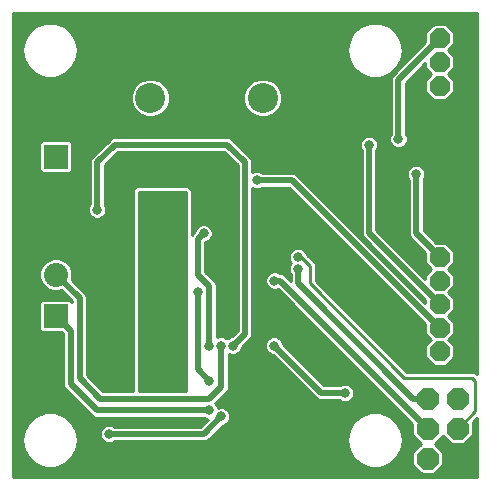
<source format=gbl>
G75*
%MOIN*%
%OFA0B0*%
%FSLAX25Y25*%
%IPPOS*%
%LPD*%
%AMOC8*
5,1,8,0,0,1.08239X$1,22.5*
%
%ADD10C,0.10000*%
%ADD11OC8,0.10000*%
%ADD12OC8,0.06600*%
%ADD13OC8,0.07400*%
%ADD14R,0.08000X0.08000*%
%ADD15C,0.08000*%
%ADD16C,0.00984*%
%ADD17C,0.03169*%
%ADD18C,0.01969*%
D10*
X0102746Y0146877D03*
X0140148Y0146877D03*
D11*
X0140148Y0166877D03*
X0102746Y0166877D03*
D12*
X0199203Y0166719D03*
X0199203Y0158845D03*
X0199203Y0150971D03*
X0199203Y0143097D03*
X0199203Y0101759D03*
X0199203Y0093885D03*
X0199203Y0086010D03*
X0199203Y0078136D03*
X0199203Y0070262D03*
X0199203Y0062388D03*
D13*
X0195266Y0046640D03*
X0205266Y0046640D03*
X0205266Y0036640D03*
X0195266Y0036640D03*
X0195266Y0026640D03*
X0205266Y0026640D03*
D14*
X0071250Y0074199D03*
X0071250Y0127349D03*
D15*
X0071250Y0141129D03*
X0071250Y0087979D03*
D16*
X0056994Y0020573D02*
X0056994Y0175070D01*
X0211490Y0175070D01*
X0211490Y0054853D01*
X0210845Y0055499D01*
X0188207Y0055499D01*
X0157864Y0085842D01*
X0157864Y0091747D01*
X0154950Y0094662D01*
X0154553Y0095618D01*
X0153692Y0096479D01*
X0152568Y0096945D01*
X0151350Y0096945D01*
X0150225Y0096479D01*
X0149364Y0095618D01*
X0148898Y0094493D01*
X0148898Y0093276D01*
X0149364Y0092151D01*
X0149599Y0091916D01*
X0149364Y0091681D01*
X0148898Y0090556D01*
X0148898Y0089339D01*
X0149364Y0088214D01*
X0149498Y0088080D01*
X0149498Y0085888D01*
X0147982Y0087404D01*
X0147290Y0088097D01*
X0146385Y0088471D01*
X0145952Y0088471D01*
X0145818Y0088605D01*
X0144694Y0089071D01*
X0143476Y0089071D01*
X0142351Y0088605D01*
X0141490Y0087744D01*
X0141024Y0086619D01*
X0141024Y0085402D01*
X0141490Y0084277D01*
X0142351Y0083416D01*
X0143476Y0082950D01*
X0144694Y0082950D01*
X0145247Y0083179D01*
X0190089Y0038337D01*
X0190089Y0034496D01*
X0192945Y0031640D01*
X0190089Y0028785D01*
X0190089Y0024496D01*
X0193122Y0021464D01*
X0197410Y0021464D01*
X0200442Y0024496D01*
X0200442Y0028785D01*
X0197586Y0031640D01*
X0200266Y0034320D01*
X0203122Y0031464D01*
X0207410Y0031464D01*
X0210442Y0034496D01*
X0210442Y0038785D01*
X0210318Y0038909D01*
X0211490Y0040081D01*
X0211490Y0020573D01*
X0056994Y0020573D01*
X0056994Y0021047D02*
X0211490Y0021047D01*
X0211490Y0022030D02*
X0197976Y0022030D01*
X0198958Y0023012D02*
X0211490Y0023012D01*
X0211490Y0023995D02*
X0199941Y0023995D01*
X0200442Y0024978D02*
X0211490Y0024978D01*
X0211490Y0025961D02*
X0200442Y0025961D01*
X0200442Y0026943D02*
X0211490Y0026943D01*
X0211490Y0027926D02*
X0200442Y0027926D01*
X0200318Y0028909D02*
X0211490Y0028909D01*
X0211490Y0029892D02*
X0199335Y0029892D01*
X0198352Y0030875D02*
X0211490Y0030875D01*
X0211490Y0031857D02*
X0207803Y0031857D01*
X0208786Y0032840D02*
X0211490Y0032840D01*
X0211490Y0033823D02*
X0209769Y0033823D01*
X0210442Y0034806D02*
X0211490Y0034806D01*
X0211490Y0035788D02*
X0210442Y0035788D01*
X0210442Y0036771D02*
X0211490Y0036771D01*
X0211490Y0037754D02*
X0210442Y0037754D01*
X0210442Y0038737D02*
X0211490Y0038737D01*
X0211490Y0039719D02*
X0211129Y0039719D01*
X0211014Y0042388D02*
X0211014Y0052546D01*
X0210030Y0053530D01*
X0187392Y0053530D01*
X0155896Y0085026D01*
X0155896Y0090932D01*
X0152943Y0093885D01*
X0151959Y0093885D01*
X0149100Y0092789D02*
X0136703Y0092789D01*
X0136703Y0093771D02*
X0148898Y0093771D01*
X0149006Y0094754D02*
X0136703Y0094754D01*
X0136703Y0095737D02*
X0149483Y0095737D01*
X0150806Y0096720D02*
X0136703Y0096720D01*
X0136703Y0097702D02*
X0168283Y0097702D01*
X0169266Y0096720D02*
X0153112Y0096720D01*
X0154435Y0095737D02*
X0170249Y0095737D01*
X0171231Y0094754D02*
X0154911Y0094754D01*
X0155840Y0093771D02*
X0172214Y0093771D01*
X0173197Y0092789D02*
X0156823Y0092789D01*
X0157806Y0091806D02*
X0174180Y0091806D01*
X0175162Y0090823D02*
X0157864Y0090823D01*
X0157864Y0089840D02*
X0176145Y0089840D01*
X0177128Y0088858D02*
X0157864Y0088858D01*
X0157864Y0087875D02*
X0178111Y0087875D01*
X0179093Y0086892D02*
X0157864Y0086892D01*
X0157864Y0085909D02*
X0180076Y0085909D01*
X0181059Y0084927D02*
X0158779Y0084927D01*
X0159762Y0083944D02*
X0182042Y0083944D01*
X0183024Y0082961D02*
X0160745Y0082961D01*
X0161728Y0081978D02*
X0184007Y0081978D01*
X0184990Y0080995D02*
X0162710Y0080995D01*
X0163693Y0080013D02*
X0185973Y0080013D01*
X0186955Y0079030D02*
X0164676Y0079030D01*
X0165659Y0078047D02*
X0187938Y0078047D01*
X0188921Y0077064D02*
X0166641Y0077064D01*
X0167624Y0076082D02*
X0189904Y0076082D01*
X0190887Y0075099D02*
X0168607Y0075099D01*
X0169590Y0074116D02*
X0191869Y0074116D01*
X0192852Y0073133D02*
X0170573Y0073133D01*
X0171555Y0072151D02*
X0193835Y0072151D01*
X0194426Y0071559D02*
X0194426Y0068284D01*
X0196385Y0066325D01*
X0194426Y0064367D01*
X0194426Y0060410D01*
X0197224Y0057612D01*
X0201181Y0057612D01*
X0203979Y0060410D01*
X0203979Y0064367D01*
X0202021Y0066325D01*
X0203979Y0068284D01*
X0203979Y0072241D01*
X0202021Y0074199D01*
X0203979Y0076158D01*
X0203979Y0080115D01*
X0202021Y0082073D01*
X0203979Y0084032D01*
X0203979Y0087989D01*
X0202021Y0089948D01*
X0203979Y0091906D01*
X0203979Y0095863D01*
X0201181Y0098661D01*
X0197906Y0098661D01*
X0193789Y0102778D01*
X0193789Y0119576D01*
X0193923Y0119710D01*
X0194389Y0120835D01*
X0194389Y0122052D01*
X0193923Y0123177D01*
X0193062Y0124038D01*
X0191938Y0124504D01*
X0190720Y0124504D01*
X0189595Y0124038D01*
X0188734Y0123177D01*
X0188268Y0122052D01*
X0188268Y0120835D01*
X0188734Y0119710D01*
X0188868Y0119576D01*
X0188868Y0101269D01*
X0189243Y0100365D01*
X0189935Y0099673D01*
X0194426Y0095181D01*
X0194426Y0091906D01*
X0196385Y0089948D01*
X0194426Y0087989D01*
X0194426Y0086393D01*
X0178041Y0102778D01*
X0178041Y0129418D01*
X0178175Y0129552D01*
X0178641Y0130677D01*
X0178641Y0131895D01*
X0178175Y0133020D01*
X0177314Y0133881D01*
X0176190Y0134347D01*
X0174972Y0134347D01*
X0173847Y0133881D01*
X0172986Y0133020D01*
X0172520Y0131895D01*
X0172520Y0130677D01*
X0172986Y0129552D01*
X0173120Y0129418D01*
X0173120Y0101269D01*
X0173495Y0100365D01*
X0194426Y0079433D01*
X0194426Y0078519D01*
X0151384Y0121561D01*
X0150480Y0121936D01*
X0140047Y0121936D01*
X0139913Y0122070D01*
X0138788Y0122536D01*
X0137570Y0122536D01*
X0136703Y0122176D01*
X0136703Y0125870D01*
X0136328Y0126774D01*
X0129730Y0133372D01*
X0128826Y0133747D01*
X0090446Y0133747D01*
X0089541Y0133372D01*
X0088849Y0132680D01*
X0082944Y0126774D01*
X0082569Y0125870D01*
X0082569Y0111500D01*
X0082435Y0111366D01*
X0081969Y0110241D01*
X0081969Y0109024D01*
X0082435Y0107899D01*
X0083296Y0107038D01*
X0084421Y0106572D01*
X0085638Y0106572D01*
X0086763Y0107038D01*
X0087624Y0107899D01*
X0088090Y0109024D01*
X0088090Y0110241D01*
X0087624Y0111366D01*
X0087490Y0111500D01*
X0087490Y0124361D01*
X0091954Y0128825D01*
X0127317Y0128825D01*
X0131782Y0124361D01*
X0131782Y0069313D01*
X0129886Y0067418D01*
X0129696Y0067418D01*
X0128571Y0066952D01*
X0128337Y0066717D01*
X0128102Y0066952D01*
X0126977Y0067418D01*
X0125759Y0067418D01*
X0124892Y0067058D01*
X0124892Y0084531D01*
X0124517Y0085436D01*
X0120955Y0088998D01*
X0120955Y0098698D01*
X0121071Y0098698D01*
X0122196Y0099164D01*
X0123057Y0100025D01*
X0123523Y0101150D01*
X0123523Y0102367D01*
X0123057Y0103492D01*
X0122196Y0104353D01*
X0121071Y0104819D01*
X0119854Y0104819D01*
X0118729Y0104353D01*
X0117868Y0103492D01*
X0117402Y0102367D01*
X0117402Y0102178D01*
X0116526Y0101301D01*
X0116526Y0116353D01*
X0115373Y0117507D01*
X0097994Y0117507D01*
X0096841Y0116353D01*
X0096841Y0049101D01*
X0087033Y0049101D01*
X0081585Y0054549D01*
X0081585Y0080594D01*
X0081210Y0081499D01*
X0076461Y0086248D01*
X0076726Y0086890D01*
X0076726Y0089068D01*
X0075893Y0091081D01*
X0074352Y0092622D01*
X0072339Y0093455D01*
X0070161Y0093455D01*
X0068148Y0092622D01*
X0066607Y0091081D01*
X0065774Y0089068D01*
X0065774Y0086890D01*
X0066607Y0084877D01*
X0068148Y0083336D01*
X0070161Y0082503D01*
X0072339Y0082503D01*
X0072981Y0082768D01*
X0076663Y0079086D01*
X0076663Y0078874D01*
X0075862Y0079676D01*
X0066639Y0079676D01*
X0065774Y0078811D01*
X0065774Y0069588D01*
X0066639Y0068723D01*
X0073247Y0068723D01*
X0073711Y0068259D01*
X0073711Y0051072D01*
X0074085Y0050168D01*
X0074777Y0049476D01*
X0083636Y0040617D01*
X0084540Y0040243D01*
X0120563Y0040243D01*
X0120697Y0040109D01*
X0121804Y0039650D01*
X0119443Y0037290D01*
X0090834Y0037290D01*
X0090700Y0037424D01*
X0089575Y0037890D01*
X0088358Y0037890D01*
X0087233Y0037424D01*
X0086372Y0036563D01*
X0085906Y0035438D01*
X0085906Y0034221D01*
X0086372Y0033096D01*
X0087233Y0032235D01*
X0088358Y0031769D01*
X0089575Y0031769D01*
X0090700Y0032235D01*
X0090834Y0032369D01*
X0120952Y0032369D01*
X0121856Y0032743D01*
X0126787Y0037674D01*
X0126977Y0037674D01*
X0128102Y0038140D01*
X0128963Y0039001D01*
X0129429Y0040126D01*
X0129429Y0041344D01*
X0128963Y0042469D01*
X0128102Y0043330D01*
X0126977Y0043796D01*
X0125759Y0043796D01*
X0125360Y0043630D01*
X0125026Y0044437D01*
X0124367Y0045096D01*
X0124517Y0045247D01*
X0128454Y0049184D01*
X0128829Y0050088D01*
X0128829Y0061656D01*
X0129696Y0061296D01*
X0130914Y0061296D01*
X0132039Y0061762D01*
X0132900Y0062623D01*
X0133366Y0063748D01*
X0133366Y0063938D01*
X0135636Y0066208D01*
X0136328Y0066900D01*
X0136703Y0067805D01*
X0136703Y0116774D01*
X0137570Y0116414D01*
X0138788Y0116414D01*
X0139913Y0116880D01*
X0140047Y0117014D01*
X0148971Y0117014D01*
X0194426Y0071559D01*
X0194426Y0071168D02*
X0172538Y0071168D01*
X0173521Y0070185D02*
X0194426Y0070185D01*
X0194426Y0069202D02*
X0174504Y0069202D01*
X0175486Y0068220D02*
X0194491Y0068220D01*
X0195474Y0067237D02*
X0176469Y0067237D01*
X0177452Y0066254D02*
X0196314Y0066254D01*
X0195331Y0065271D02*
X0178435Y0065271D01*
X0179417Y0064288D02*
X0194426Y0064288D01*
X0194426Y0063306D02*
X0180400Y0063306D01*
X0181383Y0062323D02*
X0194426Y0062323D01*
X0194426Y0061340D02*
X0182366Y0061340D01*
X0183348Y0060357D02*
X0194479Y0060357D01*
X0195462Y0059375D02*
X0184331Y0059375D01*
X0185314Y0058392D02*
X0196445Y0058392D01*
X0201961Y0058392D02*
X0211490Y0058392D01*
X0211490Y0059375D02*
X0202944Y0059375D01*
X0203927Y0060357D02*
X0211490Y0060357D01*
X0211490Y0061340D02*
X0203979Y0061340D01*
X0203979Y0062323D02*
X0211490Y0062323D01*
X0211490Y0063306D02*
X0203979Y0063306D01*
X0203979Y0064288D02*
X0211490Y0064288D01*
X0211490Y0065271D02*
X0203075Y0065271D01*
X0202092Y0066254D02*
X0211490Y0066254D01*
X0211490Y0067237D02*
X0202932Y0067237D01*
X0203915Y0068220D02*
X0211490Y0068220D01*
X0211490Y0069202D02*
X0203979Y0069202D01*
X0203979Y0070185D02*
X0211490Y0070185D01*
X0211490Y0071168D02*
X0203979Y0071168D01*
X0203979Y0072151D02*
X0211490Y0072151D01*
X0211490Y0073133D02*
X0203087Y0073133D01*
X0202104Y0074116D02*
X0211490Y0074116D01*
X0211490Y0075099D02*
X0202920Y0075099D01*
X0203903Y0076082D02*
X0211490Y0076082D01*
X0211490Y0077064D02*
X0203979Y0077064D01*
X0203979Y0078047D02*
X0211490Y0078047D01*
X0211490Y0079030D02*
X0203979Y0079030D01*
X0203979Y0080013D02*
X0211490Y0080013D01*
X0211490Y0080995D02*
X0203099Y0080995D01*
X0202116Y0081978D02*
X0211490Y0081978D01*
X0211490Y0082961D02*
X0202908Y0082961D01*
X0203891Y0083944D02*
X0211490Y0083944D01*
X0211490Y0084927D02*
X0203979Y0084927D01*
X0203979Y0085909D02*
X0211490Y0085909D01*
X0211490Y0086892D02*
X0203979Y0086892D01*
X0203979Y0087875D02*
X0211490Y0087875D01*
X0211490Y0088858D02*
X0203111Y0088858D01*
X0202128Y0089840D02*
X0211490Y0089840D01*
X0211490Y0090823D02*
X0202896Y0090823D01*
X0203879Y0091806D02*
X0211490Y0091806D01*
X0211490Y0092789D02*
X0203979Y0092789D01*
X0203979Y0093771D02*
X0211490Y0093771D01*
X0211490Y0094754D02*
X0203979Y0094754D01*
X0203979Y0095737D02*
X0211490Y0095737D01*
X0211490Y0096720D02*
X0203122Y0096720D01*
X0202140Y0097702D02*
X0211490Y0097702D01*
X0211490Y0098685D02*
X0197882Y0098685D01*
X0196899Y0099668D02*
X0211490Y0099668D01*
X0211490Y0100651D02*
X0195916Y0100651D01*
X0194934Y0101633D02*
X0211490Y0101633D01*
X0211490Y0102616D02*
X0193951Y0102616D01*
X0193789Y0103599D02*
X0211490Y0103599D01*
X0211490Y0104582D02*
X0193789Y0104582D01*
X0193789Y0105565D02*
X0211490Y0105565D01*
X0211490Y0106547D02*
X0193789Y0106547D01*
X0193789Y0107530D02*
X0211490Y0107530D01*
X0211490Y0108513D02*
X0193789Y0108513D01*
X0193789Y0109496D02*
X0211490Y0109496D01*
X0211490Y0110478D02*
X0193789Y0110478D01*
X0193789Y0111461D02*
X0211490Y0111461D01*
X0211490Y0112444D02*
X0193789Y0112444D01*
X0193789Y0113427D02*
X0211490Y0113427D01*
X0211490Y0114409D02*
X0193789Y0114409D01*
X0193789Y0115392D02*
X0211490Y0115392D01*
X0211490Y0116375D02*
X0193789Y0116375D01*
X0193789Y0117358D02*
X0211490Y0117358D01*
X0211490Y0118340D02*
X0193789Y0118340D01*
X0193789Y0119323D02*
X0211490Y0119323D01*
X0211490Y0120306D02*
X0194170Y0120306D01*
X0194389Y0121289D02*
X0211490Y0121289D01*
X0211490Y0122272D02*
X0194299Y0122272D01*
X0193846Y0123254D02*
X0211490Y0123254D01*
X0211490Y0124237D02*
X0192583Y0124237D01*
X0190075Y0124237D02*
X0178041Y0124237D01*
X0178041Y0123254D02*
X0188811Y0123254D01*
X0188359Y0122272D02*
X0178041Y0122272D01*
X0178041Y0121289D02*
X0188268Y0121289D01*
X0188487Y0120306D02*
X0178041Y0120306D01*
X0178041Y0119323D02*
X0188868Y0119323D01*
X0188868Y0118340D02*
X0178041Y0118340D01*
X0178041Y0117358D02*
X0188868Y0117358D01*
X0188868Y0116375D02*
X0178041Y0116375D01*
X0178041Y0115392D02*
X0188868Y0115392D01*
X0188868Y0114409D02*
X0178041Y0114409D01*
X0178041Y0113427D02*
X0188868Y0113427D01*
X0188868Y0112444D02*
X0178041Y0112444D01*
X0178041Y0111461D02*
X0188868Y0111461D01*
X0188868Y0110478D02*
X0178041Y0110478D01*
X0178041Y0109496D02*
X0188868Y0109496D01*
X0188868Y0108513D02*
X0178041Y0108513D01*
X0178041Y0107530D02*
X0188868Y0107530D01*
X0188868Y0106547D02*
X0178041Y0106547D01*
X0178041Y0105565D02*
X0188868Y0105565D01*
X0188868Y0104582D02*
X0178041Y0104582D01*
X0178041Y0103599D02*
X0188868Y0103599D01*
X0188868Y0102616D02*
X0178203Y0102616D01*
X0179186Y0101633D02*
X0188868Y0101633D01*
X0189124Y0100651D02*
X0180168Y0100651D01*
X0181151Y0099668D02*
X0189940Y0099668D01*
X0190922Y0098685D02*
X0182134Y0098685D01*
X0183117Y0097702D02*
X0191905Y0097702D01*
X0192888Y0096720D02*
X0184099Y0096720D01*
X0185082Y0095737D02*
X0193871Y0095737D01*
X0194426Y0094754D02*
X0186065Y0094754D01*
X0187048Y0093771D02*
X0194426Y0093771D01*
X0194426Y0092789D02*
X0188031Y0092789D01*
X0189013Y0091806D02*
X0194527Y0091806D01*
X0195509Y0090823D02*
X0189996Y0090823D01*
X0190979Y0089840D02*
X0196278Y0089840D01*
X0195295Y0088858D02*
X0191962Y0088858D01*
X0192944Y0087875D02*
X0194426Y0087875D01*
X0194426Y0086892D02*
X0193927Y0086892D01*
X0190898Y0082961D02*
X0189984Y0082961D01*
X0189916Y0083944D02*
X0189001Y0083944D01*
X0188933Y0084927D02*
X0188019Y0084927D01*
X0187950Y0085909D02*
X0187036Y0085909D01*
X0186967Y0086892D02*
X0186053Y0086892D01*
X0185985Y0087875D02*
X0185070Y0087875D01*
X0185002Y0088858D02*
X0184088Y0088858D01*
X0184019Y0089840D02*
X0183105Y0089840D01*
X0183036Y0090823D02*
X0182122Y0090823D01*
X0182054Y0091806D02*
X0181139Y0091806D01*
X0181071Y0092789D02*
X0180157Y0092789D01*
X0180088Y0093771D02*
X0179174Y0093771D01*
X0179105Y0094754D02*
X0178191Y0094754D01*
X0178123Y0095737D02*
X0177208Y0095737D01*
X0177140Y0096720D02*
X0176225Y0096720D01*
X0176157Y0097702D02*
X0175243Y0097702D01*
X0175174Y0098685D02*
X0174260Y0098685D01*
X0174191Y0099668D02*
X0173277Y0099668D01*
X0173376Y0100651D02*
X0172294Y0100651D01*
X0173120Y0101633D02*
X0171312Y0101633D01*
X0170329Y0102616D02*
X0173120Y0102616D01*
X0173120Y0103599D02*
X0169346Y0103599D01*
X0168363Y0104582D02*
X0173120Y0104582D01*
X0173120Y0105565D02*
X0167381Y0105565D01*
X0166398Y0106547D02*
X0173120Y0106547D01*
X0173120Y0107530D02*
X0165415Y0107530D01*
X0164432Y0108513D02*
X0173120Y0108513D01*
X0173120Y0109496D02*
X0163450Y0109496D01*
X0162467Y0110478D02*
X0173120Y0110478D01*
X0173120Y0111461D02*
X0161484Y0111461D01*
X0160501Y0112444D02*
X0173120Y0112444D01*
X0173120Y0113427D02*
X0159518Y0113427D01*
X0158536Y0114409D02*
X0173120Y0114409D01*
X0173120Y0115392D02*
X0157553Y0115392D01*
X0156570Y0116375D02*
X0173120Y0116375D01*
X0173120Y0117358D02*
X0155587Y0117358D01*
X0154605Y0118340D02*
X0173120Y0118340D01*
X0173120Y0119323D02*
X0153622Y0119323D01*
X0152639Y0120306D02*
X0173120Y0120306D01*
X0173120Y0121289D02*
X0151656Y0121289D01*
X0149610Y0116375D02*
X0136703Y0116375D01*
X0136703Y0115392D02*
X0150593Y0115392D01*
X0151576Y0114409D02*
X0136703Y0114409D01*
X0136703Y0113427D02*
X0152559Y0113427D01*
X0153542Y0112444D02*
X0136703Y0112444D01*
X0136703Y0111461D02*
X0154524Y0111461D01*
X0155507Y0110478D02*
X0136703Y0110478D01*
X0136703Y0109496D02*
X0156490Y0109496D01*
X0157473Y0108513D02*
X0136703Y0108513D01*
X0136703Y0107530D02*
X0158455Y0107530D01*
X0159438Y0106547D02*
X0136703Y0106547D01*
X0136703Y0105565D02*
X0160421Y0105565D01*
X0161404Y0104582D02*
X0136703Y0104582D01*
X0136703Y0103599D02*
X0162386Y0103599D01*
X0163369Y0102616D02*
X0136703Y0102616D01*
X0136703Y0101633D02*
X0164352Y0101633D01*
X0165335Y0100651D02*
X0136703Y0100651D01*
X0136703Y0099668D02*
X0166317Y0099668D01*
X0167300Y0098685D02*
X0136703Y0098685D01*
X0131782Y0098685D02*
X0120955Y0098685D01*
X0120955Y0097702D02*
X0131782Y0097702D01*
X0131782Y0096720D02*
X0120955Y0096720D01*
X0120955Y0095737D02*
X0131782Y0095737D01*
X0131782Y0094754D02*
X0120955Y0094754D01*
X0120955Y0093771D02*
X0131782Y0093771D01*
X0131782Y0092789D02*
X0120955Y0092789D01*
X0120955Y0091806D02*
X0131782Y0091806D01*
X0131782Y0090823D02*
X0120955Y0090823D01*
X0120955Y0089840D02*
X0131782Y0089840D01*
X0131782Y0088858D02*
X0121095Y0088858D01*
X0122078Y0087875D02*
X0131782Y0087875D01*
X0131782Y0086892D02*
X0123061Y0086892D01*
X0124044Y0085909D02*
X0131782Y0085909D01*
X0131782Y0084927D02*
X0124728Y0084927D01*
X0124892Y0083944D02*
X0131782Y0083944D01*
X0131782Y0082961D02*
X0124892Y0082961D01*
X0124892Y0081978D02*
X0131782Y0081978D01*
X0131782Y0080995D02*
X0124892Y0080995D01*
X0124892Y0080013D02*
X0131782Y0080013D01*
X0131782Y0079030D02*
X0124892Y0079030D01*
X0124892Y0078047D02*
X0131782Y0078047D01*
X0131782Y0077064D02*
X0124892Y0077064D01*
X0124892Y0076082D02*
X0131782Y0076082D01*
X0131782Y0075099D02*
X0124892Y0075099D01*
X0124892Y0074116D02*
X0131782Y0074116D01*
X0131782Y0073133D02*
X0124892Y0073133D01*
X0124892Y0072151D02*
X0131782Y0072151D01*
X0131782Y0071168D02*
X0124892Y0071168D01*
X0124892Y0070185D02*
X0131782Y0070185D01*
X0131671Y0069202D02*
X0124892Y0069202D01*
X0124892Y0068220D02*
X0130688Y0068220D01*
X0129260Y0067237D02*
X0127413Y0067237D01*
X0125323Y0067237D02*
X0124892Y0067237D01*
X0128829Y0061340D02*
X0129590Y0061340D01*
X0128829Y0060357D02*
X0144506Y0060357D01*
X0143567Y0061296D02*
X0158340Y0046523D01*
X0159245Y0046148D01*
X0165839Y0046148D01*
X0165973Y0046014D01*
X0167098Y0045548D01*
X0168316Y0045548D01*
X0169440Y0046014D01*
X0170301Y0046875D01*
X0170767Y0048000D01*
X0170767Y0049218D01*
X0170301Y0050343D01*
X0169440Y0051204D01*
X0168316Y0051670D01*
X0167098Y0051670D01*
X0165973Y0051204D01*
X0165839Y0051070D01*
X0160754Y0051070D01*
X0147047Y0064776D01*
X0147047Y0064966D01*
X0146581Y0066091D01*
X0145720Y0066952D01*
X0144595Y0067418D01*
X0143377Y0067418D01*
X0142253Y0066952D01*
X0141392Y0066091D01*
X0140926Y0064966D01*
X0140926Y0063748D01*
X0141392Y0062623D01*
X0142253Y0061762D01*
X0143377Y0061296D01*
X0143567Y0061296D01*
X0143272Y0061340D02*
X0131020Y0061340D01*
X0132600Y0062323D02*
X0141692Y0062323D01*
X0141109Y0063306D02*
X0133183Y0063306D01*
X0133717Y0064288D02*
X0140926Y0064288D01*
X0141052Y0065271D02*
X0134699Y0065271D01*
X0135682Y0066254D02*
X0141555Y0066254D01*
X0142941Y0067237D02*
X0136468Y0067237D01*
X0136703Y0068220D02*
X0160207Y0068220D01*
X0159224Y0069202D02*
X0136703Y0069202D01*
X0136703Y0070185D02*
X0158241Y0070185D01*
X0157259Y0071168D02*
X0136703Y0071168D01*
X0136703Y0072151D02*
X0156276Y0072151D01*
X0155293Y0073133D02*
X0136703Y0073133D01*
X0136703Y0074116D02*
X0154310Y0074116D01*
X0153327Y0075099D02*
X0136703Y0075099D01*
X0136703Y0076082D02*
X0152345Y0076082D01*
X0151362Y0077064D02*
X0136703Y0077064D01*
X0136703Y0078047D02*
X0150379Y0078047D01*
X0149396Y0079030D02*
X0136703Y0079030D01*
X0136703Y0080013D02*
X0148414Y0080013D01*
X0147431Y0080995D02*
X0136703Y0080995D01*
X0136703Y0081978D02*
X0146448Y0081978D01*
X0145465Y0082961D02*
X0144720Y0082961D01*
X0143449Y0082961D02*
X0136703Y0082961D01*
X0136703Y0083944D02*
X0141823Y0083944D01*
X0141221Y0084927D02*
X0136703Y0084927D01*
X0136703Y0085909D02*
X0141024Y0085909D01*
X0141137Y0086892D02*
X0136703Y0086892D01*
X0136703Y0087875D02*
X0141621Y0087875D01*
X0142960Y0088858D02*
X0136703Y0088858D01*
X0136703Y0089840D02*
X0148898Y0089840D01*
X0149009Y0090823D02*
X0136703Y0090823D01*
X0136703Y0091806D02*
X0149489Y0091806D01*
X0149097Y0088858D02*
X0145209Y0088858D01*
X0147511Y0087875D02*
X0149498Y0087875D01*
X0149498Y0086892D02*
X0148494Y0086892D01*
X0149477Y0085909D02*
X0149498Y0085909D01*
X0131782Y0099668D02*
X0122700Y0099668D01*
X0123317Y0100651D02*
X0131782Y0100651D01*
X0131782Y0101633D02*
X0123523Y0101633D01*
X0123420Y0102616D02*
X0131782Y0102616D01*
X0131782Y0103599D02*
X0122951Y0103599D01*
X0121645Y0104582D02*
X0131782Y0104582D01*
X0131782Y0105565D02*
X0116526Y0105565D01*
X0116526Y0106547D02*
X0131782Y0106547D01*
X0131782Y0107530D02*
X0116526Y0107530D01*
X0116526Y0108513D02*
X0131782Y0108513D01*
X0131782Y0109496D02*
X0116526Y0109496D01*
X0116526Y0110478D02*
X0131782Y0110478D01*
X0131782Y0111461D02*
X0116526Y0111461D01*
X0116526Y0112444D02*
X0131782Y0112444D01*
X0131782Y0113427D02*
X0116526Y0113427D01*
X0116526Y0114409D02*
X0131782Y0114409D01*
X0131782Y0115392D02*
X0116526Y0115392D01*
X0116504Y0116375D02*
X0131782Y0116375D01*
X0131782Y0117358D02*
X0115521Y0117358D01*
X0114557Y0115538D02*
X0114557Y0052546D01*
X0098809Y0052546D01*
X0098809Y0115538D01*
X0114557Y0115538D01*
X0114557Y0115392D02*
X0098809Y0115392D01*
X0098809Y0114409D02*
X0114557Y0114409D01*
X0114557Y0113427D02*
X0098809Y0113427D01*
X0098809Y0112444D02*
X0114557Y0112444D01*
X0114557Y0111601D02*
X0114557Y0049101D01*
X0098809Y0049101D01*
X0098809Y0111601D01*
X0114557Y0111601D01*
X0114557Y0111461D02*
X0098809Y0111461D01*
X0114557Y0111461D01*
X0114557Y0110478D02*
X0098809Y0110478D01*
X0114557Y0110478D01*
X0114557Y0109496D02*
X0098809Y0109496D01*
X0114557Y0109496D01*
X0114557Y0108513D02*
X0098809Y0108513D01*
X0114557Y0108513D01*
X0114557Y0107530D02*
X0098809Y0107530D01*
X0114557Y0107530D01*
X0114557Y0106547D02*
X0098809Y0106547D01*
X0114557Y0106547D01*
X0114557Y0105565D02*
X0098809Y0105565D01*
X0114557Y0105565D01*
X0114557Y0104582D02*
X0098809Y0104582D01*
X0114557Y0104582D01*
X0114557Y0103599D02*
X0098809Y0103599D01*
X0114557Y0103599D01*
X0114557Y0102616D02*
X0098809Y0102616D01*
X0114557Y0102616D01*
X0114557Y0101633D02*
X0098809Y0101633D01*
X0114557Y0101633D01*
X0114557Y0100651D02*
X0098809Y0100651D01*
X0114557Y0100651D01*
X0114557Y0099668D02*
X0098809Y0099668D01*
X0114557Y0099668D01*
X0114557Y0098685D02*
X0098809Y0098685D01*
X0114557Y0098685D01*
X0114557Y0097702D02*
X0098809Y0097702D01*
X0114557Y0097702D01*
X0114557Y0096720D02*
X0098809Y0096720D01*
X0114557Y0096720D01*
X0114557Y0095737D02*
X0098809Y0095737D01*
X0114557Y0095737D01*
X0114557Y0094754D02*
X0098809Y0094754D01*
X0114557Y0094754D01*
X0114557Y0093771D02*
X0098809Y0093771D01*
X0114557Y0093771D01*
X0114557Y0092789D02*
X0098809Y0092789D01*
X0114557Y0092789D01*
X0114557Y0091806D02*
X0098809Y0091806D01*
X0114557Y0091806D01*
X0114557Y0090823D02*
X0098809Y0090823D01*
X0114557Y0090823D01*
X0114557Y0089840D02*
X0098809Y0089840D01*
X0114557Y0089840D01*
X0114557Y0088858D02*
X0098809Y0088858D01*
X0114557Y0088858D01*
X0114557Y0087875D02*
X0098809Y0087875D01*
X0114557Y0087875D01*
X0114557Y0086892D02*
X0098809Y0086892D01*
X0114557Y0086892D01*
X0114557Y0085909D02*
X0098809Y0085909D01*
X0114557Y0085909D01*
X0114557Y0084927D02*
X0098809Y0084927D01*
X0114557Y0084927D01*
X0114557Y0083944D02*
X0098809Y0083944D01*
X0114557Y0083944D01*
X0114557Y0082961D02*
X0098809Y0082961D01*
X0114557Y0082961D01*
X0114557Y0081978D02*
X0098809Y0081978D01*
X0114557Y0081978D01*
X0114557Y0080995D02*
X0098809Y0080995D01*
X0114557Y0080995D01*
X0114557Y0080013D02*
X0098809Y0080013D01*
X0114557Y0080013D01*
X0114557Y0079030D02*
X0098809Y0079030D01*
X0114557Y0079030D01*
X0114557Y0078047D02*
X0098809Y0078047D01*
X0114557Y0078047D01*
X0114557Y0077064D02*
X0098809Y0077064D01*
X0114557Y0077064D01*
X0114557Y0076082D02*
X0098809Y0076082D01*
X0114557Y0076082D01*
X0114557Y0075099D02*
X0098809Y0075099D01*
X0114557Y0075099D01*
X0114557Y0074116D02*
X0098809Y0074116D01*
X0114557Y0074116D01*
X0114557Y0073133D02*
X0098809Y0073133D01*
X0114557Y0073133D01*
X0114557Y0072151D02*
X0098809Y0072151D01*
X0114557Y0072151D01*
X0114557Y0071168D02*
X0098809Y0071168D01*
X0114557Y0071168D01*
X0114557Y0070185D02*
X0098809Y0070185D01*
X0114557Y0070185D01*
X0114557Y0069202D02*
X0098809Y0069202D01*
X0114557Y0069202D01*
X0114557Y0068220D02*
X0098809Y0068220D01*
X0114557Y0068220D01*
X0114557Y0067237D02*
X0098809Y0067237D01*
X0114557Y0067237D01*
X0114557Y0066254D02*
X0098809Y0066254D01*
X0114557Y0066254D01*
X0114557Y0065271D02*
X0098809Y0065271D01*
X0114557Y0065271D01*
X0114557Y0064288D02*
X0098809Y0064288D01*
X0114557Y0064288D01*
X0114557Y0063306D02*
X0098809Y0063306D01*
X0114557Y0063306D01*
X0114557Y0062323D02*
X0098809Y0062323D01*
X0114557Y0062323D01*
X0114557Y0061340D02*
X0098809Y0061340D01*
X0114557Y0061340D01*
X0114557Y0060357D02*
X0098809Y0060357D01*
X0114557Y0060357D01*
X0114557Y0059375D02*
X0098809Y0059375D01*
X0114557Y0059375D01*
X0114557Y0058392D02*
X0098809Y0058392D01*
X0114557Y0058392D01*
X0114557Y0057409D02*
X0098809Y0057409D01*
X0114557Y0057409D01*
X0114557Y0056426D02*
X0098809Y0056426D01*
X0114557Y0056426D01*
X0114557Y0055444D02*
X0098809Y0055444D01*
X0114557Y0055444D01*
X0114557Y0054461D02*
X0098809Y0054461D01*
X0114557Y0054461D01*
X0114557Y0053478D02*
X0098809Y0053478D01*
X0114557Y0053478D01*
X0114557Y0052495D02*
X0098809Y0052495D01*
X0098809Y0051513D02*
X0114557Y0051513D01*
X0114557Y0050530D02*
X0098809Y0050530D01*
X0098809Y0049547D02*
X0114557Y0049547D01*
X0112589Y0054514D02*
X0112589Y0056483D01*
X0124887Y0045616D02*
X0166935Y0045616D01*
X0168479Y0045616D02*
X0182810Y0045616D01*
X0181828Y0046599D02*
X0170025Y0046599D01*
X0170594Y0047581D02*
X0180845Y0047581D01*
X0179862Y0048564D02*
X0170767Y0048564D01*
X0170631Y0049547D02*
X0178879Y0049547D01*
X0177897Y0050530D02*
X0170114Y0050530D01*
X0168695Y0051513D02*
X0176914Y0051513D01*
X0175931Y0052495D02*
X0159328Y0052495D01*
X0160311Y0051513D02*
X0166719Y0051513D01*
X0172000Y0056426D02*
X0155397Y0056426D01*
X0156379Y0055444D02*
X0172983Y0055444D01*
X0173966Y0054461D02*
X0157362Y0054461D01*
X0158345Y0053478D02*
X0174948Y0053478D01*
X0171017Y0057409D02*
X0154414Y0057409D01*
X0153431Y0058392D02*
X0170034Y0058392D01*
X0169052Y0059375D02*
X0152448Y0059375D01*
X0151466Y0060357D02*
X0168069Y0060357D01*
X0167086Y0061340D02*
X0150483Y0061340D01*
X0149500Y0062323D02*
X0166103Y0062323D01*
X0165121Y0063306D02*
X0148517Y0063306D01*
X0147535Y0064288D02*
X0164138Y0064288D01*
X0163155Y0065271D02*
X0146920Y0065271D01*
X0146418Y0066254D02*
X0162172Y0066254D01*
X0161190Y0067237D02*
X0145032Y0067237D01*
X0145489Y0059375D02*
X0128829Y0059375D01*
X0128829Y0058392D02*
X0146471Y0058392D01*
X0147454Y0057409D02*
X0128829Y0057409D01*
X0128829Y0056426D02*
X0148437Y0056426D01*
X0149420Y0055444D02*
X0128829Y0055444D01*
X0128829Y0054461D02*
X0150403Y0054461D01*
X0151385Y0053478D02*
X0128829Y0053478D01*
X0128829Y0052495D02*
X0152368Y0052495D01*
X0153351Y0051513D02*
X0128829Y0051513D01*
X0128829Y0050530D02*
X0154334Y0050530D01*
X0155316Y0049547D02*
X0128605Y0049547D01*
X0127835Y0048564D02*
X0156299Y0048564D01*
X0157282Y0047581D02*
X0126852Y0047581D01*
X0125869Y0046599D02*
X0158265Y0046599D01*
X0170411Y0038850D02*
X0168793Y0036048D01*
X0168231Y0032861D01*
X0168793Y0029674D01*
X0170411Y0026871D01*
X0172890Y0024791D01*
X0172890Y0024791D01*
X0175931Y0023685D01*
X0176772Y0023685D01*
X0179167Y0023685D01*
X0182208Y0024791D01*
X0184687Y0026871D01*
X0184687Y0026871D01*
X0184687Y0026871D01*
X0186305Y0029674D01*
X0186867Y0032861D01*
X0186305Y0036048D01*
X0184687Y0038850D01*
X0184687Y0038850D01*
X0182208Y0040930D01*
X0179167Y0042037D01*
X0175931Y0042037D01*
X0172890Y0040930D01*
X0170411Y0038850D01*
X0170411Y0038850D01*
X0170346Y0038737D02*
X0128698Y0038737D01*
X0129260Y0039719D02*
X0171447Y0039719D01*
X0172618Y0040702D02*
X0129429Y0040702D01*
X0129287Y0041685D02*
X0174963Y0041685D01*
X0172890Y0040930D02*
X0172890Y0040930D01*
X0169778Y0037754D02*
X0127169Y0037754D01*
X0125884Y0036771D02*
X0169211Y0036771D01*
X0168748Y0035788D02*
X0124901Y0035788D01*
X0123919Y0034806D02*
X0168574Y0034806D01*
X0168401Y0033823D02*
X0122936Y0033823D01*
X0121953Y0032840D02*
X0168235Y0032840D01*
X0168231Y0032861D02*
X0168231Y0032861D01*
X0168408Y0031857D02*
X0089789Y0031857D01*
X0088144Y0031857D02*
X0078423Y0031857D01*
X0078249Y0030875D02*
X0168582Y0030875D01*
X0168755Y0029892D02*
X0078076Y0029892D01*
X0078038Y0029674D02*
X0078599Y0032861D01*
X0078038Y0036048D01*
X0076420Y0038850D01*
X0076420Y0038850D01*
X0073941Y0040930D01*
X0070900Y0042037D01*
X0067664Y0042037D01*
X0064623Y0040930D01*
X0064623Y0040930D01*
X0062144Y0038850D01*
X0060526Y0036048D01*
X0059964Y0032861D01*
X0060526Y0029674D01*
X0062144Y0026871D01*
X0064623Y0024791D01*
X0067664Y0023685D01*
X0068504Y0023685D01*
X0070900Y0023685D01*
X0073941Y0024791D01*
X0076420Y0026871D01*
X0078038Y0029674D01*
X0078038Y0029674D01*
X0077596Y0028909D02*
X0169235Y0028909D01*
X0168793Y0029674D02*
X0168793Y0029674D01*
X0169802Y0027926D02*
X0077028Y0027926D01*
X0076461Y0026943D02*
X0170370Y0026943D01*
X0170411Y0026871D02*
X0170411Y0026871D01*
X0171497Y0025961D02*
X0075334Y0025961D01*
X0074163Y0024978D02*
X0172668Y0024978D01*
X0175078Y0023995D02*
X0071753Y0023995D01*
X0073941Y0024791D02*
X0073941Y0024791D01*
X0066810Y0023995D02*
X0056994Y0023995D01*
X0056994Y0023012D02*
X0191573Y0023012D01*
X0192556Y0022030D02*
X0056994Y0022030D01*
X0056994Y0024978D02*
X0064400Y0024978D01*
X0064623Y0024791D02*
X0064623Y0024791D01*
X0063229Y0025961D02*
X0056994Y0025961D01*
X0056994Y0026943D02*
X0062102Y0026943D01*
X0062144Y0026871D02*
X0062144Y0026871D01*
X0061535Y0027926D02*
X0056994Y0027926D01*
X0056994Y0028909D02*
X0060967Y0028909D01*
X0060526Y0029674D02*
X0060526Y0029674D01*
X0060487Y0029892D02*
X0056994Y0029892D01*
X0056994Y0030875D02*
X0060314Y0030875D01*
X0060141Y0031857D02*
X0056994Y0031857D01*
X0056994Y0032840D02*
X0059967Y0032840D01*
X0059964Y0032861D02*
X0059964Y0032861D01*
X0060133Y0033823D02*
X0056994Y0033823D01*
X0056994Y0034806D02*
X0060307Y0034806D01*
X0060480Y0035788D02*
X0056994Y0035788D01*
X0056994Y0036771D02*
X0060943Y0036771D01*
X0060526Y0036048D02*
X0060526Y0036048D01*
X0061511Y0037754D02*
X0056994Y0037754D01*
X0056994Y0038737D02*
X0062078Y0038737D01*
X0062144Y0038850D02*
X0062144Y0038850D01*
X0062144Y0038850D01*
X0063179Y0039719D02*
X0056994Y0039719D01*
X0056994Y0040702D02*
X0064351Y0040702D01*
X0066695Y0041685D02*
X0056994Y0041685D01*
X0056994Y0042668D02*
X0081585Y0042668D01*
X0080603Y0043650D02*
X0056994Y0043650D01*
X0056994Y0044633D02*
X0079620Y0044633D01*
X0078637Y0045616D02*
X0056994Y0045616D01*
X0056994Y0046599D02*
X0077654Y0046599D01*
X0076672Y0047581D02*
X0056994Y0047581D01*
X0056994Y0048564D02*
X0075689Y0048564D01*
X0074706Y0049547D02*
X0056994Y0049547D01*
X0056994Y0050530D02*
X0073935Y0050530D01*
X0073711Y0051513D02*
X0056994Y0051513D01*
X0056994Y0052495D02*
X0073711Y0052495D01*
X0073711Y0053478D02*
X0056994Y0053478D01*
X0056994Y0054461D02*
X0073711Y0054461D01*
X0073711Y0055444D02*
X0056994Y0055444D01*
X0056994Y0056426D02*
X0073711Y0056426D01*
X0073711Y0057409D02*
X0056994Y0057409D01*
X0056994Y0058392D02*
X0073711Y0058392D01*
X0073711Y0059375D02*
X0056994Y0059375D01*
X0056994Y0060357D02*
X0073711Y0060357D01*
X0073711Y0061340D02*
X0056994Y0061340D01*
X0056994Y0062323D02*
X0073711Y0062323D01*
X0073711Y0063306D02*
X0056994Y0063306D01*
X0056994Y0064288D02*
X0073711Y0064288D01*
X0073711Y0065271D02*
X0056994Y0065271D01*
X0056994Y0066254D02*
X0073711Y0066254D01*
X0073711Y0067237D02*
X0056994Y0067237D01*
X0056994Y0068220D02*
X0073711Y0068220D01*
X0066159Y0069202D02*
X0056994Y0069202D01*
X0056994Y0070185D02*
X0065774Y0070185D01*
X0065774Y0071168D02*
X0056994Y0071168D01*
X0056994Y0072151D02*
X0065774Y0072151D01*
X0065774Y0073133D02*
X0056994Y0073133D01*
X0056994Y0074116D02*
X0065774Y0074116D01*
X0065774Y0075099D02*
X0056994Y0075099D01*
X0056994Y0076082D02*
X0065774Y0076082D01*
X0065774Y0077064D02*
X0056994Y0077064D01*
X0056994Y0078047D02*
X0065774Y0078047D01*
X0065993Y0079030D02*
X0056994Y0079030D01*
X0056994Y0080013D02*
X0075737Y0080013D01*
X0076508Y0079030D02*
X0076663Y0079030D01*
X0074754Y0080995D02*
X0056994Y0080995D01*
X0056994Y0081978D02*
X0073771Y0081978D01*
X0069054Y0082961D02*
X0056994Y0082961D01*
X0056994Y0083944D02*
X0067541Y0083944D01*
X0066587Y0084927D02*
X0056994Y0084927D01*
X0056994Y0085909D02*
X0066180Y0085909D01*
X0065774Y0086892D02*
X0056994Y0086892D01*
X0056994Y0087875D02*
X0065774Y0087875D01*
X0065774Y0088858D02*
X0056994Y0088858D01*
X0056994Y0089840D02*
X0066093Y0089840D01*
X0066501Y0090823D02*
X0056994Y0090823D01*
X0056994Y0091806D02*
X0067332Y0091806D01*
X0068551Y0092789D02*
X0056994Y0092789D01*
X0056994Y0093771D02*
X0096841Y0093771D01*
X0096841Y0092789D02*
X0073949Y0092789D01*
X0075168Y0091806D02*
X0096841Y0091806D01*
X0096841Y0090823D02*
X0076000Y0090823D01*
X0076407Y0089840D02*
X0096841Y0089840D01*
X0096841Y0088858D02*
X0076726Y0088858D01*
X0076726Y0087875D02*
X0096841Y0087875D01*
X0096841Y0086892D02*
X0076726Y0086892D01*
X0076800Y0085909D02*
X0096841Y0085909D01*
X0096841Y0084927D02*
X0077782Y0084927D01*
X0078765Y0083944D02*
X0096841Y0083944D01*
X0096841Y0082961D02*
X0079748Y0082961D01*
X0080731Y0081978D02*
X0096841Y0081978D01*
X0096841Y0080995D02*
X0081419Y0080995D01*
X0081585Y0080013D02*
X0096841Y0080013D01*
X0096841Y0079030D02*
X0081585Y0079030D01*
X0081585Y0078047D02*
X0096841Y0078047D01*
X0096841Y0077064D02*
X0081585Y0077064D01*
X0081585Y0076082D02*
X0096841Y0076082D01*
X0096841Y0075099D02*
X0081585Y0075099D01*
X0081585Y0074116D02*
X0096841Y0074116D01*
X0096841Y0073133D02*
X0081585Y0073133D01*
X0081585Y0072151D02*
X0096841Y0072151D01*
X0096841Y0071168D02*
X0081585Y0071168D01*
X0081585Y0070185D02*
X0096841Y0070185D01*
X0096841Y0069202D02*
X0081585Y0069202D01*
X0081585Y0068220D02*
X0096841Y0068220D01*
X0096841Y0067237D02*
X0081585Y0067237D01*
X0081585Y0066254D02*
X0096841Y0066254D01*
X0096841Y0065271D02*
X0081585Y0065271D01*
X0081585Y0064288D02*
X0096841Y0064288D01*
X0096841Y0063306D02*
X0081585Y0063306D01*
X0081585Y0062323D02*
X0096841Y0062323D01*
X0096841Y0061340D02*
X0081585Y0061340D01*
X0081585Y0060357D02*
X0096841Y0060357D01*
X0096841Y0059375D02*
X0081585Y0059375D01*
X0081585Y0058392D02*
X0096841Y0058392D01*
X0096841Y0057409D02*
X0081585Y0057409D01*
X0081585Y0056426D02*
X0096841Y0056426D01*
X0096841Y0055444D02*
X0081585Y0055444D01*
X0081673Y0054461D02*
X0096841Y0054461D01*
X0096841Y0053478D02*
X0082656Y0053478D01*
X0083639Y0052495D02*
X0096841Y0052495D01*
X0096841Y0051513D02*
X0084622Y0051513D01*
X0085604Y0050530D02*
X0096841Y0050530D01*
X0096841Y0049547D02*
X0086587Y0049547D01*
X0082568Y0041685D02*
X0071868Y0041685D01*
X0073941Y0040930D02*
X0073941Y0040930D01*
X0074213Y0040702D02*
X0083551Y0040702D01*
X0086580Y0036771D02*
X0077620Y0036771D01*
X0078038Y0036048D02*
X0078038Y0036048D01*
X0078083Y0035788D02*
X0086051Y0035788D01*
X0085906Y0034806D02*
X0078257Y0034806D01*
X0078430Y0033823D02*
X0086071Y0033823D01*
X0086628Y0032840D02*
X0078596Y0032840D01*
X0077053Y0037754D02*
X0088029Y0037754D01*
X0089904Y0037754D02*
X0119907Y0037754D01*
X0120890Y0038737D02*
X0076485Y0038737D01*
X0075384Y0039719D02*
X0121637Y0039719D01*
X0125352Y0043650D02*
X0125409Y0043650D01*
X0124830Y0044633D02*
X0183793Y0044633D01*
X0184776Y0043650D02*
X0127327Y0043650D01*
X0128764Y0042668D02*
X0185759Y0042668D01*
X0186741Y0041685D02*
X0180135Y0041685D01*
X0182208Y0040930D02*
X0182208Y0040930D01*
X0182480Y0040702D02*
X0187724Y0040702D01*
X0188707Y0039719D02*
X0183652Y0039719D01*
X0184753Y0038737D02*
X0189690Y0038737D01*
X0190089Y0037754D02*
X0185320Y0037754D01*
X0185888Y0036771D02*
X0190089Y0036771D01*
X0190089Y0035788D02*
X0186351Y0035788D01*
X0186305Y0036048D02*
X0186305Y0036048D01*
X0186524Y0034806D02*
X0190089Y0034806D01*
X0190763Y0033823D02*
X0186698Y0033823D01*
X0186867Y0032861D02*
X0186867Y0032861D01*
X0186864Y0032840D02*
X0191746Y0032840D01*
X0192728Y0031857D02*
X0186690Y0031857D01*
X0186517Y0030875D02*
X0192179Y0030875D01*
X0191197Y0029892D02*
X0186344Y0029892D01*
X0186305Y0029674D02*
X0186305Y0029674D01*
X0185864Y0028909D02*
X0190214Y0028909D01*
X0190089Y0027926D02*
X0185296Y0027926D01*
X0184729Y0026943D02*
X0190089Y0026943D01*
X0190089Y0025961D02*
X0183602Y0025961D01*
X0182431Y0024978D02*
X0190089Y0024978D01*
X0190591Y0023995D02*
X0180021Y0023995D01*
X0182208Y0024791D02*
X0182208Y0024791D01*
X0197803Y0031857D02*
X0202728Y0031857D01*
X0201746Y0032840D02*
X0198786Y0032840D01*
X0199769Y0033823D02*
X0200763Y0033823D01*
X0205266Y0036640D02*
X0211014Y0042388D01*
X0210900Y0055444D02*
X0211490Y0055444D01*
X0211490Y0056426D02*
X0187279Y0056426D01*
X0186297Y0057409D02*
X0211490Y0057409D01*
X0194426Y0079030D02*
X0193915Y0079030D01*
X0193847Y0080013D02*
X0192932Y0080013D01*
X0192864Y0080995D02*
X0191950Y0080995D01*
X0191881Y0081978D02*
X0190967Y0081978D01*
X0173120Y0122272D02*
X0139426Y0122272D01*
X0136933Y0122272D02*
X0136703Y0122272D01*
X0136703Y0123254D02*
X0173120Y0123254D01*
X0173120Y0124237D02*
X0136703Y0124237D01*
X0136703Y0125220D02*
X0173120Y0125220D01*
X0173120Y0126203D02*
X0136565Y0126203D01*
X0135917Y0127185D02*
X0173120Y0127185D01*
X0173120Y0128168D02*
X0134935Y0128168D01*
X0133952Y0129151D02*
X0173120Y0129151D01*
X0172745Y0130134D02*
X0132969Y0130134D01*
X0131986Y0131116D02*
X0172520Y0131116D01*
X0172605Y0132099D02*
X0131003Y0132099D01*
X0130021Y0133082D02*
X0173048Y0133082D01*
X0174291Y0134065D02*
X0056994Y0134065D01*
X0056994Y0135047D02*
X0182888Y0135047D01*
X0182829Y0134988D02*
X0182363Y0133863D01*
X0182363Y0132646D01*
X0182829Y0131521D01*
X0183690Y0130660D01*
X0184814Y0130194D01*
X0186032Y0130194D01*
X0187157Y0130660D01*
X0188018Y0131521D01*
X0188484Y0132646D01*
X0188484Y0133863D01*
X0188018Y0134988D01*
X0187884Y0135122D01*
X0187884Y0151920D01*
X0194426Y0158463D01*
X0194426Y0156867D01*
X0196385Y0154908D01*
X0194426Y0152950D01*
X0194426Y0148993D01*
X0197224Y0146195D01*
X0201181Y0146195D01*
X0203979Y0148993D01*
X0203979Y0152950D01*
X0202021Y0154908D01*
X0203979Y0156867D01*
X0203979Y0160824D01*
X0202021Y0162782D01*
X0203979Y0164741D01*
X0203979Y0168698D01*
X0201181Y0171496D01*
X0197224Y0171496D01*
X0194426Y0168698D01*
X0194426Y0165423D01*
X0183337Y0154333D01*
X0182963Y0153429D01*
X0182963Y0135122D01*
X0182829Y0134988D01*
X0182446Y0134065D02*
X0176870Y0134065D01*
X0178113Y0133082D02*
X0182363Y0133082D01*
X0182589Y0132099D02*
X0178557Y0132099D01*
X0178641Y0131116D02*
X0183233Y0131116D01*
X0187613Y0131116D02*
X0211490Y0131116D01*
X0211490Y0130134D02*
X0178416Y0130134D01*
X0178041Y0129151D02*
X0211490Y0129151D01*
X0211490Y0128168D02*
X0178041Y0128168D01*
X0178041Y0127185D02*
X0211490Y0127185D01*
X0211490Y0126203D02*
X0178041Y0126203D01*
X0178041Y0125220D02*
X0211490Y0125220D01*
X0211490Y0132099D02*
X0188257Y0132099D01*
X0188484Y0133082D02*
X0211490Y0133082D01*
X0211490Y0134065D02*
X0188401Y0134065D01*
X0187959Y0135047D02*
X0211490Y0135047D01*
X0211490Y0136030D02*
X0187884Y0136030D01*
X0187884Y0137013D02*
X0211490Y0137013D01*
X0211490Y0137996D02*
X0187884Y0137996D01*
X0187884Y0138978D02*
X0211490Y0138978D01*
X0211490Y0139961D02*
X0187884Y0139961D01*
X0187884Y0140944D02*
X0211490Y0140944D01*
X0211490Y0141927D02*
X0187884Y0141927D01*
X0187884Y0142910D02*
X0211490Y0142910D01*
X0211490Y0143892D02*
X0187884Y0143892D01*
X0187884Y0144875D02*
X0211490Y0144875D01*
X0211490Y0145858D02*
X0187884Y0145858D01*
X0187884Y0146841D02*
X0196579Y0146841D01*
X0195596Y0147823D02*
X0187884Y0147823D01*
X0187884Y0148806D02*
X0194613Y0148806D01*
X0194426Y0149789D02*
X0187884Y0149789D01*
X0187884Y0150772D02*
X0194426Y0150772D01*
X0194426Y0151754D02*
X0187884Y0151754D01*
X0188701Y0152737D02*
X0194426Y0152737D01*
X0195197Y0153720D02*
X0189683Y0153720D01*
X0190666Y0154703D02*
X0196180Y0154703D01*
X0195608Y0155685D02*
X0191649Y0155685D01*
X0192632Y0156668D02*
X0194625Y0156668D01*
X0194426Y0157651D02*
X0193614Y0157651D01*
X0190586Y0161582D02*
X0186656Y0161582D01*
X0186829Y0162565D02*
X0191569Y0162565D01*
X0192551Y0163548D02*
X0186732Y0163548D01*
X0186867Y0162782D02*
X0186305Y0165969D01*
X0184687Y0168772D01*
X0182208Y0170852D01*
X0179167Y0171959D01*
X0175931Y0171959D01*
X0172890Y0170852D01*
X0170411Y0168772D01*
X0168793Y0165969D01*
X0168231Y0162782D01*
X0168793Y0159595D01*
X0170411Y0156793D01*
X0170411Y0156793D01*
X0172890Y0154713D01*
X0172890Y0154713D01*
X0175931Y0153606D01*
X0178326Y0153606D01*
X0179167Y0153606D01*
X0179167Y0153606D01*
X0182208Y0154713D01*
X0182208Y0154713D01*
X0184687Y0156793D01*
X0186305Y0159595D01*
X0186305Y0159595D01*
X0186867Y0162782D01*
X0186867Y0162782D01*
X0186559Y0164530D02*
X0193534Y0164530D01*
X0194426Y0165513D02*
X0186386Y0165513D01*
X0186305Y0165969D02*
X0186305Y0165969D01*
X0186001Y0166496D02*
X0194426Y0166496D01*
X0194426Y0167479D02*
X0185434Y0167479D01*
X0184866Y0168461D02*
X0194426Y0168461D01*
X0195173Y0169444D02*
X0183886Y0169444D01*
X0184687Y0168772D02*
X0184687Y0168772D01*
X0182715Y0170427D02*
X0196156Y0170427D01*
X0197139Y0171410D02*
X0180675Y0171410D01*
X0182208Y0170852D02*
X0182208Y0170852D01*
X0174423Y0171410D02*
X0072408Y0171410D01*
X0070900Y0171959D02*
X0073941Y0170852D01*
X0073941Y0170852D01*
X0076420Y0168772D01*
X0076420Y0168772D01*
X0078038Y0165969D01*
X0078038Y0165969D01*
X0078599Y0162782D01*
X0078599Y0162782D01*
X0078038Y0159595D01*
X0078038Y0159595D01*
X0076420Y0156793D01*
X0076420Y0156793D01*
X0076419Y0156793D01*
X0073941Y0154713D01*
X0073941Y0154713D01*
X0070900Y0153606D01*
X0068504Y0153606D01*
X0067664Y0153606D01*
X0064623Y0154713D01*
X0064623Y0154713D01*
X0062144Y0156793D01*
X0060526Y0159595D01*
X0059964Y0162782D01*
X0059964Y0162782D01*
X0060526Y0165969D01*
X0060526Y0165969D01*
X0062144Y0168772D01*
X0062144Y0168772D01*
X0062144Y0168772D01*
X0064623Y0170852D01*
X0064623Y0170852D01*
X0067664Y0171959D01*
X0070900Y0171959D01*
X0074447Y0170427D02*
X0172384Y0170427D01*
X0172890Y0170852D02*
X0172890Y0170852D01*
X0171213Y0169444D02*
X0075618Y0169444D01*
X0076599Y0168461D02*
X0170232Y0168461D01*
X0170411Y0168772D02*
X0170411Y0168772D01*
X0170411Y0168772D01*
X0169665Y0167479D02*
X0077166Y0167479D01*
X0077733Y0166496D02*
X0169097Y0166496D01*
X0168793Y0165969D02*
X0168793Y0165969D01*
X0168713Y0165513D02*
X0078118Y0165513D01*
X0078291Y0164530D02*
X0168540Y0164530D01*
X0168366Y0163548D02*
X0078465Y0163548D01*
X0078561Y0162565D02*
X0168270Y0162565D01*
X0168231Y0162782D02*
X0168231Y0162782D01*
X0168443Y0161582D02*
X0078388Y0161582D01*
X0078215Y0160599D02*
X0168616Y0160599D01*
X0168790Y0159617D02*
X0078041Y0159617D01*
X0077482Y0158634D02*
X0169348Y0158634D01*
X0168793Y0159595D02*
X0168793Y0159595D01*
X0169916Y0157651D02*
X0076915Y0157651D01*
X0076271Y0156668D02*
X0170560Y0156668D01*
X0171731Y0155685D02*
X0075100Y0155685D01*
X0073913Y0154703D02*
X0172917Y0154703D01*
X0175618Y0153720D02*
X0071213Y0153720D01*
X0067350Y0153720D02*
X0056994Y0153720D01*
X0056994Y0154703D02*
X0064650Y0154703D01*
X0063463Y0155685D02*
X0056994Y0155685D01*
X0056994Y0156668D02*
X0062292Y0156668D01*
X0061648Y0157651D02*
X0056994Y0157651D01*
X0056994Y0158634D02*
X0061081Y0158634D01*
X0060522Y0159617D02*
X0056994Y0159617D01*
X0056994Y0160599D02*
X0060349Y0160599D01*
X0060175Y0161582D02*
X0056994Y0161582D01*
X0056994Y0162565D02*
X0060002Y0162565D01*
X0060099Y0163548D02*
X0056994Y0163548D01*
X0056994Y0164530D02*
X0060272Y0164530D01*
X0060445Y0165513D02*
X0056994Y0165513D01*
X0056994Y0166496D02*
X0060830Y0166496D01*
X0061397Y0167479D02*
X0056994Y0167479D01*
X0056994Y0168461D02*
X0061965Y0168461D01*
X0062945Y0169444D02*
X0056994Y0169444D01*
X0056994Y0170427D02*
X0064116Y0170427D01*
X0066156Y0171410D02*
X0056994Y0171410D01*
X0056994Y0172392D02*
X0211490Y0172392D01*
X0211490Y0171410D02*
X0201267Y0171410D01*
X0202250Y0170427D02*
X0211490Y0170427D01*
X0211490Y0169444D02*
X0203233Y0169444D01*
X0203979Y0168461D02*
X0211490Y0168461D01*
X0211490Y0167479D02*
X0203979Y0167479D01*
X0203979Y0166496D02*
X0211490Y0166496D01*
X0211490Y0165513D02*
X0203979Y0165513D01*
X0203769Y0164530D02*
X0211490Y0164530D01*
X0211490Y0163548D02*
X0202786Y0163548D01*
X0202238Y0162565D02*
X0211490Y0162565D01*
X0211490Y0161582D02*
X0203221Y0161582D01*
X0203979Y0160599D02*
X0211490Y0160599D01*
X0211490Y0159617D02*
X0203979Y0159617D01*
X0203979Y0158634D02*
X0211490Y0158634D01*
X0211490Y0157651D02*
X0203979Y0157651D01*
X0203781Y0156668D02*
X0211490Y0156668D01*
X0211490Y0155685D02*
X0202798Y0155685D01*
X0202226Y0154703D02*
X0211490Y0154703D01*
X0211490Y0153720D02*
X0203209Y0153720D01*
X0203979Y0152737D02*
X0211490Y0152737D01*
X0211490Y0151754D02*
X0203979Y0151754D01*
X0203979Y0150772D02*
X0211490Y0150772D01*
X0211490Y0149789D02*
X0203979Y0149789D01*
X0203793Y0148806D02*
X0211490Y0148806D01*
X0211490Y0147823D02*
X0202810Y0147823D01*
X0201827Y0146841D02*
X0211490Y0146841D01*
X0189603Y0160599D02*
X0186482Y0160599D01*
X0186309Y0159617D02*
X0188620Y0159617D01*
X0187638Y0158634D02*
X0185750Y0158634D01*
X0185183Y0157651D02*
X0186655Y0157651D01*
X0185672Y0156668D02*
X0184539Y0156668D01*
X0184687Y0156793D02*
X0184687Y0156793D01*
X0184687Y0156793D01*
X0184689Y0155685D02*
X0183368Y0155685D01*
X0183707Y0154703D02*
X0182181Y0154703D01*
X0183083Y0153720D02*
X0179481Y0153720D01*
X0182963Y0152737D02*
X0142923Y0152737D01*
X0143816Y0152367D02*
X0141436Y0153353D01*
X0138859Y0153353D01*
X0136479Y0152367D01*
X0134657Y0150545D01*
X0133671Y0148165D01*
X0133671Y0145588D01*
X0134657Y0143208D01*
X0136479Y0141386D01*
X0138859Y0140400D01*
X0141436Y0140400D01*
X0143816Y0141386D01*
X0145638Y0143208D01*
X0146624Y0145588D01*
X0146624Y0148165D01*
X0145638Y0150545D01*
X0143816Y0152367D01*
X0144429Y0151754D02*
X0182963Y0151754D01*
X0182963Y0150772D02*
X0145412Y0150772D01*
X0145951Y0149789D02*
X0182963Y0149789D01*
X0182963Y0148806D02*
X0146358Y0148806D01*
X0146624Y0147823D02*
X0182963Y0147823D01*
X0182963Y0146841D02*
X0146624Y0146841D01*
X0146624Y0145858D02*
X0182963Y0145858D01*
X0182963Y0144875D02*
X0146329Y0144875D01*
X0145922Y0143892D02*
X0182963Y0143892D01*
X0182963Y0142910D02*
X0145340Y0142910D01*
X0144357Y0141927D02*
X0182963Y0141927D01*
X0182963Y0140944D02*
X0142749Y0140944D01*
X0137547Y0140944D02*
X0105347Y0140944D01*
X0106415Y0141386D02*
X0108237Y0143208D01*
X0109222Y0145588D01*
X0109222Y0148165D01*
X0108237Y0150545D01*
X0106415Y0152367D01*
X0104034Y0153353D01*
X0101458Y0153353D01*
X0099078Y0152367D01*
X0097256Y0150545D01*
X0096270Y0148165D01*
X0096270Y0145588D01*
X0097256Y0143208D01*
X0099078Y0141386D01*
X0101458Y0140400D01*
X0104034Y0140400D01*
X0106415Y0141386D01*
X0106955Y0141927D02*
X0135939Y0141927D01*
X0134956Y0142910D02*
X0107938Y0142910D01*
X0108520Y0143892D02*
X0134374Y0143892D01*
X0133967Y0144875D02*
X0108927Y0144875D01*
X0109222Y0145858D02*
X0133671Y0145858D01*
X0133671Y0146841D02*
X0109222Y0146841D01*
X0109222Y0147823D02*
X0133671Y0147823D01*
X0133937Y0148806D02*
X0108957Y0148806D01*
X0108550Y0149789D02*
X0134344Y0149789D01*
X0134884Y0150772D02*
X0108010Y0150772D01*
X0107027Y0151754D02*
X0135866Y0151754D01*
X0137373Y0152737D02*
X0105521Y0152737D01*
X0099971Y0152737D02*
X0056994Y0152737D01*
X0056994Y0151754D02*
X0098465Y0151754D01*
X0097482Y0150772D02*
X0056994Y0150772D01*
X0056994Y0149789D02*
X0096942Y0149789D01*
X0096535Y0148806D02*
X0056994Y0148806D01*
X0056994Y0147823D02*
X0096270Y0147823D01*
X0096270Y0146841D02*
X0056994Y0146841D01*
X0056994Y0145858D02*
X0096270Y0145858D01*
X0096565Y0144875D02*
X0056994Y0144875D01*
X0056994Y0143892D02*
X0096972Y0143892D01*
X0097554Y0142910D02*
X0056994Y0142910D01*
X0056994Y0141927D02*
X0098537Y0141927D01*
X0100145Y0140944D02*
X0056994Y0140944D01*
X0056994Y0139961D02*
X0182963Y0139961D01*
X0182963Y0138978D02*
X0056994Y0138978D01*
X0056994Y0137996D02*
X0182963Y0137996D01*
X0182963Y0137013D02*
X0056994Y0137013D01*
X0056994Y0136030D02*
X0182963Y0136030D01*
X0211490Y0173375D02*
X0056994Y0173375D01*
X0056994Y0174358D02*
X0211490Y0174358D01*
X0131782Y0124237D02*
X0087490Y0124237D01*
X0087490Y0123254D02*
X0131782Y0123254D01*
X0131782Y0122272D02*
X0087490Y0122272D01*
X0087490Y0121289D02*
X0131782Y0121289D01*
X0131782Y0120306D02*
X0087490Y0120306D01*
X0087490Y0119323D02*
X0131782Y0119323D01*
X0131782Y0118340D02*
X0087490Y0118340D01*
X0087490Y0117358D02*
X0097845Y0117358D01*
X0096862Y0116375D02*
X0087490Y0116375D01*
X0087490Y0115392D02*
X0096841Y0115392D01*
X0096841Y0114409D02*
X0087490Y0114409D01*
X0087490Y0113427D02*
X0096841Y0113427D01*
X0096841Y0112444D02*
X0087490Y0112444D01*
X0087529Y0111461D02*
X0096841Y0111461D01*
X0096841Y0110478D02*
X0087992Y0110478D01*
X0088090Y0109496D02*
X0096841Y0109496D01*
X0096841Y0108513D02*
X0087879Y0108513D01*
X0087255Y0107530D02*
X0096841Y0107530D01*
X0096841Y0106547D02*
X0056994Y0106547D01*
X0056994Y0105565D02*
X0096841Y0105565D01*
X0096841Y0104582D02*
X0056994Y0104582D01*
X0056994Y0103599D02*
X0096841Y0103599D01*
X0096841Y0102616D02*
X0056994Y0102616D01*
X0056994Y0101633D02*
X0096841Y0101633D01*
X0096841Y0100651D02*
X0056994Y0100651D01*
X0056994Y0099668D02*
X0096841Y0099668D01*
X0096841Y0098685D02*
X0056994Y0098685D01*
X0056994Y0097702D02*
X0096841Y0097702D01*
X0096841Y0096720D02*
X0056994Y0096720D01*
X0056994Y0095737D02*
X0096841Y0095737D01*
X0096841Y0094754D02*
X0056994Y0094754D01*
X0056994Y0107530D02*
X0082804Y0107530D01*
X0082181Y0108513D02*
X0056994Y0108513D01*
X0056994Y0109496D02*
X0081969Y0109496D01*
X0082067Y0110478D02*
X0056994Y0110478D01*
X0056994Y0111461D02*
X0082530Y0111461D01*
X0082569Y0112444D02*
X0056994Y0112444D01*
X0056994Y0113427D02*
X0082569Y0113427D01*
X0082569Y0114409D02*
X0056994Y0114409D01*
X0056994Y0115392D02*
X0082569Y0115392D01*
X0082569Y0116375D02*
X0056994Y0116375D01*
X0056994Y0117358D02*
X0082569Y0117358D01*
X0082569Y0118340D02*
X0056994Y0118340D01*
X0056994Y0119323D02*
X0082569Y0119323D01*
X0082569Y0120306D02*
X0056994Y0120306D01*
X0056994Y0121289D02*
X0082569Y0121289D01*
X0082569Y0122272D02*
X0076260Y0122272D01*
X0075862Y0121873D02*
X0076726Y0122738D01*
X0076726Y0131961D01*
X0075862Y0132825D01*
X0066639Y0132825D01*
X0065774Y0131961D01*
X0065774Y0122738D01*
X0066639Y0121873D01*
X0075862Y0121873D01*
X0076726Y0123254D02*
X0082569Y0123254D01*
X0082569Y0124237D02*
X0076726Y0124237D01*
X0076726Y0125220D02*
X0082569Y0125220D01*
X0082707Y0126203D02*
X0076726Y0126203D01*
X0076726Y0127185D02*
X0083354Y0127185D01*
X0084337Y0128168D02*
X0076726Y0128168D01*
X0076726Y0129151D02*
X0085320Y0129151D01*
X0086303Y0130134D02*
X0076726Y0130134D01*
X0076726Y0131116D02*
X0087286Y0131116D01*
X0088268Y0132099D02*
X0076588Y0132099D01*
X0065912Y0132099D02*
X0056994Y0132099D01*
X0056994Y0131116D02*
X0065774Y0131116D01*
X0065774Y0130134D02*
X0056994Y0130134D01*
X0056994Y0129151D02*
X0065774Y0129151D01*
X0065774Y0128168D02*
X0056994Y0128168D01*
X0056994Y0127185D02*
X0065774Y0127185D01*
X0065774Y0126203D02*
X0056994Y0126203D01*
X0056994Y0125220D02*
X0065774Y0125220D01*
X0065774Y0124237D02*
X0056994Y0124237D01*
X0056994Y0123254D02*
X0065774Y0123254D01*
X0066240Y0122272D02*
X0056994Y0122272D01*
X0056994Y0133082D02*
X0089251Y0133082D01*
X0091297Y0128168D02*
X0127975Y0128168D01*
X0128958Y0127185D02*
X0090314Y0127185D01*
X0089331Y0126203D02*
X0129940Y0126203D01*
X0130923Y0125220D02*
X0088349Y0125220D01*
X0112589Y0109633D02*
X0112589Y0107664D01*
X0116526Y0104582D02*
X0119281Y0104582D01*
X0117975Y0103599D02*
X0116526Y0103599D01*
X0116526Y0102616D02*
X0117505Y0102616D01*
X0116858Y0101633D02*
X0116526Y0101633D01*
D17*
X0120463Y0101759D03*
X0126368Y0101759D03*
X0130305Y0101759D03*
X0130305Y0105696D03*
X0126368Y0105696D03*
X0112589Y0109633D03*
X0112589Y0113570D03*
X0108652Y0113570D03*
X0104715Y0113570D03*
X0100778Y0113570D03*
X0100778Y0109633D03*
X0104715Y0109633D03*
X0108652Y0109633D03*
X0085030Y0109633D03*
X0118494Y0082073D03*
X0122431Y0064357D03*
X0126368Y0064357D03*
X0130305Y0064357D03*
X0143986Y0064357D03*
X0122431Y0052546D03*
X0112589Y0054514D03*
X0112589Y0050577D03*
X0108652Y0050577D03*
X0104715Y0050577D03*
X0100778Y0050577D03*
X0100778Y0054514D03*
X0104715Y0054514D03*
X0108652Y0054514D03*
X0122431Y0042703D03*
X0126368Y0040735D03*
X0088967Y0034829D03*
X0144085Y0086010D03*
X0151959Y0089948D03*
X0151959Y0093885D03*
X0163770Y0097822D03*
X0155896Y0105696D03*
X0138179Y0119475D03*
X0175581Y0131286D03*
X0185423Y0133255D03*
X0191329Y0121444D03*
X0167707Y0048609D03*
D18*
X0159734Y0048609D01*
X0143986Y0064357D01*
X0134242Y0068294D02*
X0134242Y0125381D01*
X0128337Y0131286D01*
X0090935Y0131286D01*
X0085030Y0125381D01*
X0085030Y0109633D01*
X0071250Y0087979D02*
X0079124Y0080105D01*
X0079124Y0053530D01*
X0086014Y0046640D01*
X0122431Y0046640D01*
X0126368Y0050577D01*
X0126368Y0064357D01*
X0122431Y0064357D02*
X0122431Y0084042D01*
X0118494Y0087979D01*
X0118494Y0099790D01*
X0120463Y0101759D01*
X0118494Y0082073D02*
X0118494Y0056483D01*
X0122431Y0052546D01*
X0122431Y0042703D02*
X0085030Y0042703D01*
X0076171Y0051562D01*
X0076171Y0069278D01*
X0071250Y0074199D01*
X0088967Y0034829D02*
X0120463Y0034829D01*
X0126368Y0040735D01*
X0130305Y0064357D02*
X0134242Y0068294D01*
X0151959Y0085026D02*
X0151959Y0089948D01*
X0151959Y0085026D02*
X0190345Y0046640D01*
X0195266Y0046640D01*
X0195266Y0036640D02*
X0145896Y0086010D01*
X0144085Y0086010D01*
X0175581Y0101759D02*
X0199203Y0078136D01*
X0199203Y0070262D02*
X0149990Y0119475D01*
X0138179Y0119475D01*
X0175581Y0131286D02*
X0175581Y0101759D01*
X0191329Y0101759D02*
X0191329Y0121444D01*
X0185423Y0133255D02*
X0185423Y0152940D01*
X0199203Y0166719D01*
X0191329Y0101759D02*
X0199203Y0093885D01*
M02*

</source>
